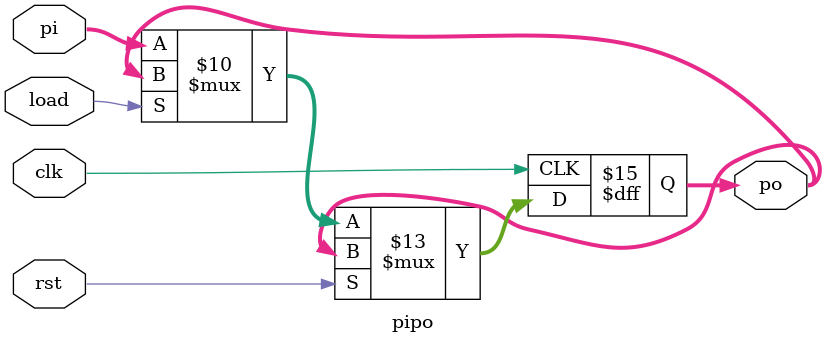
<source format=v>
module pipo(

input clk,rst,
input [3:0]pi,
input load,
output reg [3:0]po
  );
 reg [3:0] temp;
 
always@(posedge clk)
begin
if(rst)
    temp<=4'b0000;
else if(load==1)
    temp<=pi;
else
begin
   po<=pi;
        end
end      
endmodule

    


</source>
